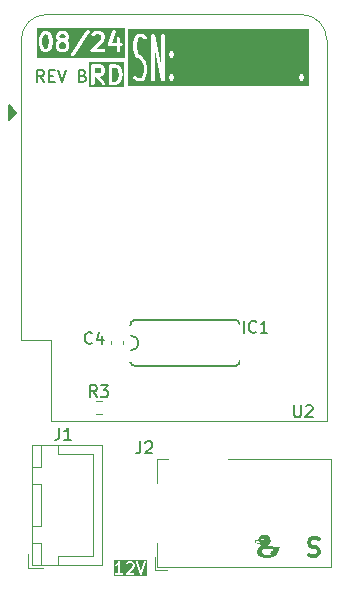
<source format=gbr>
%TF.GenerationSoftware,KiCad,Pcbnew,8.0.4-1.fc40*%
%TF.CreationDate,2024-08-22T17:25:05+02:00*%
%TF.ProjectId,WLED_Board,574c4544-5f42-46f6-9172-642e6b696361,rev?*%
%TF.SameCoordinates,Original*%
%TF.FileFunction,Legend,Top*%
%TF.FilePolarity,Positive*%
%FSLAX46Y46*%
G04 Gerber Fmt 4.6, Leading zero omitted, Abs format (unit mm)*
G04 Created by KiCad (PCBNEW 8.0.4-1.fc40) date 2024-08-22 17:25:05*
%MOMM*%
%LPD*%
G01*
G04 APERTURE LIST*
%ADD10C,0.300000*%
%ADD11C,0.000000*%
%ADD12C,0.150000*%
%ADD13C,0.120000*%
%ADD14C,0.203200*%
G04 APERTURE END LIST*
D10*
X106983081Y-125729400D02*
X107197367Y-125800828D01*
X107197367Y-125800828D02*
X107554509Y-125800828D01*
X107554509Y-125800828D02*
X107697367Y-125729400D01*
X107697367Y-125729400D02*
X107768795Y-125657971D01*
X107768795Y-125657971D02*
X107840224Y-125515114D01*
X107840224Y-125515114D02*
X107840224Y-125372257D01*
X107840224Y-125372257D02*
X107768795Y-125229400D01*
X107768795Y-125229400D02*
X107697367Y-125157971D01*
X107697367Y-125157971D02*
X107554509Y-125086542D01*
X107554509Y-125086542D02*
X107268795Y-125015114D01*
X107268795Y-125015114D02*
X107125938Y-124943685D01*
X107125938Y-124943685D02*
X107054509Y-124872257D01*
X107054509Y-124872257D02*
X106983081Y-124729400D01*
X106983081Y-124729400D02*
X106983081Y-124586542D01*
X106983081Y-124586542D02*
X107054509Y-124443685D01*
X107054509Y-124443685D02*
X107125938Y-124372257D01*
X107125938Y-124372257D02*
X107268795Y-124300828D01*
X107268795Y-124300828D02*
X107625938Y-124300828D01*
X107625938Y-124300828D02*
X107840224Y-124372257D01*
D11*
G36*
X103249999Y-124000000D02*
G01*
X103286302Y-124002115D01*
X103320938Y-124005811D01*
X103353940Y-124011022D01*
X103385341Y-124017679D01*
X103415173Y-124025714D01*
X103443470Y-124035059D01*
X103470263Y-124045645D01*
X103495586Y-124057405D01*
X103519471Y-124070270D01*
X103541950Y-124084172D01*
X103563057Y-124099043D01*
X103582824Y-124114815D01*
X103601284Y-124131419D01*
X103618469Y-124148789D01*
X103634412Y-124166854D01*
X103649146Y-124185548D01*
X103662703Y-124204802D01*
X103675116Y-124224547D01*
X103686417Y-124244717D01*
X103696640Y-124265242D01*
X103705817Y-124286055D01*
X103713980Y-124307087D01*
X103727397Y-124349536D01*
X103737151Y-124392046D01*
X103743505Y-124434069D01*
X103746720Y-124475062D01*
X103747055Y-124514479D01*
X103745911Y-124538386D01*
X103743814Y-124561390D01*
X103740810Y-124583513D01*
X103736944Y-124604778D01*
X103732262Y-124625206D01*
X103726809Y-124644820D01*
X103720630Y-124663641D01*
X103713771Y-124681691D01*
X103706276Y-124698992D01*
X103698192Y-124715567D01*
X103689563Y-124731437D01*
X103680435Y-124746624D01*
X103670853Y-124761150D01*
X103660863Y-124775038D01*
X103650509Y-124788309D01*
X103639838Y-124800985D01*
X103617723Y-124824641D01*
X103594880Y-124846182D01*
X103571672Y-124865784D01*
X103548462Y-124883622D01*
X103525611Y-124899873D01*
X103503484Y-124914713D01*
X103462847Y-124940862D01*
X103519714Y-124938479D01*
X103573869Y-124938152D01*
X103625430Y-124939704D01*
X103674512Y-124942958D01*
X103721230Y-124947736D01*
X103765700Y-124953861D01*
X103808037Y-124961155D01*
X103848359Y-124969441D01*
X103886779Y-124978542D01*
X103923415Y-124988280D01*
X103991794Y-125008958D01*
X104112222Y-125050154D01*
X104166122Y-125067833D01*
X104191899Y-125075323D01*
X104217048Y-125081675D01*
X104241685Y-125086713D01*
X104265925Y-125090259D01*
X104289884Y-125092137D01*
X104313678Y-125092167D01*
X104337422Y-125090174D01*
X104361233Y-125085979D01*
X104385226Y-125079406D01*
X104409516Y-125070276D01*
X104434220Y-125058413D01*
X104459453Y-125043639D01*
X104485330Y-125025777D01*
X104511968Y-125004649D01*
X104506679Y-125063000D01*
X104499356Y-125119421D01*
X104490084Y-125173917D01*
X104478945Y-125226494D01*
X104466025Y-125277155D01*
X104451407Y-125325906D01*
X104435175Y-125372753D01*
X104417413Y-125417700D01*
X104398205Y-125460752D01*
X104377636Y-125501915D01*
X104355789Y-125541194D01*
X104332749Y-125578593D01*
X104308598Y-125614119D01*
X104283422Y-125647775D01*
X104257304Y-125679568D01*
X104230329Y-125709501D01*
X104202579Y-125737581D01*
X104174141Y-125763813D01*
X104145096Y-125788201D01*
X104115530Y-125810750D01*
X104085526Y-125831466D01*
X104055168Y-125850354D01*
X104024541Y-125867419D01*
X103993728Y-125882666D01*
X103962814Y-125896100D01*
X103931882Y-125907727D01*
X103901016Y-125917550D01*
X103870301Y-125925576D01*
X103839821Y-125931810D01*
X103809658Y-125936256D01*
X103779898Y-125938920D01*
X103750625Y-125939807D01*
X103194424Y-125939807D01*
X103161894Y-125939260D01*
X103130134Y-125937626D01*
X103099161Y-125934919D01*
X103068992Y-125931153D01*
X103039645Y-125926340D01*
X103011137Y-125920494D01*
X102983484Y-125913629D01*
X102956705Y-125905757D01*
X102930816Y-125896893D01*
X102905835Y-125887049D01*
X102881779Y-125876238D01*
X102858665Y-125864475D01*
X102836511Y-125851772D01*
X102815333Y-125838143D01*
X102795149Y-125823601D01*
X102775976Y-125808159D01*
X102757832Y-125791831D01*
X102740733Y-125774630D01*
X102724697Y-125756570D01*
X102709742Y-125737663D01*
X102695883Y-125717923D01*
X102683140Y-125697364D01*
X102671528Y-125675998D01*
X102661065Y-125653840D01*
X102651769Y-125630902D01*
X102643656Y-125607198D01*
X102636744Y-125582740D01*
X102631050Y-125557544D01*
X102626591Y-125531621D01*
X102623385Y-125504985D01*
X102621449Y-125477649D01*
X102620800Y-125449628D01*
X102621291Y-125433746D01*
X103014382Y-125433746D01*
X103015122Y-125447078D01*
X103016659Y-125460386D01*
X103018973Y-125473645D01*
X103022047Y-125486831D01*
X103025861Y-125499920D01*
X103030396Y-125512886D01*
X103035632Y-125525706D01*
X103041551Y-125538354D01*
X103048134Y-125550806D01*
X103055362Y-125563037D01*
X103063215Y-125575024D01*
X103071675Y-125586740D01*
X103080722Y-125598162D01*
X103090338Y-125609266D01*
X103100504Y-125620025D01*
X103122477Y-125640419D01*
X103145937Y-125658631D01*
X103170740Y-125674763D01*
X103196744Y-125688915D01*
X103223805Y-125701187D01*
X103251779Y-125711681D01*
X103280524Y-125720496D01*
X103309896Y-125727733D01*
X103339752Y-125733494D01*
X103369949Y-125737878D01*
X103400344Y-125740986D01*
X103430793Y-125742918D01*
X103491280Y-125743660D01*
X103550266Y-125740907D01*
X103606603Y-125735464D01*
X103659148Y-125728136D01*
X103706752Y-125719728D01*
X103748271Y-125711045D01*
X103808468Y-125696069D01*
X103830571Y-125689646D01*
X103694989Y-125595675D01*
X103903599Y-125482734D01*
X103753295Y-125405903D01*
X103997773Y-125267146D01*
X103888526Y-125246253D01*
X103772883Y-125227036D01*
X103635151Y-125208107D01*
X103562359Y-125200188D01*
X103489274Y-125194066D01*
X103417638Y-125190316D01*
X103349195Y-125189514D01*
X103285687Y-125192233D01*
X103228858Y-125199050D01*
X103203492Y-125204174D01*
X103180449Y-125210538D01*
X103159948Y-125218215D01*
X103142205Y-125227275D01*
X103126482Y-125237251D01*
X103111879Y-125247621D01*
X103098378Y-125258361D01*
X103085959Y-125269446D01*
X103074605Y-125280851D01*
X103064294Y-125292552D01*
X103055010Y-125304524D01*
X103046732Y-125316742D01*
X103039441Y-125329183D01*
X103033119Y-125341820D01*
X103027747Y-125354631D01*
X103023304Y-125367590D01*
X103019773Y-125380672D01*
X103017135Y-125393854D01*
X103015369Y-125407110D01*
X103014458Y-125420415D01*
X103014382Y-125433746D01*
X102621291Y-125433746D01*
X102621667Y-125421578D01*
X102624190Y-125394167D01*
X102628257Y-125367398D01*
X102633752Y-125341278D01*
X102640560Y-125315812D01*
X102648567Y-125291003D01*
X102657659Y-125266857D01*
X102667720Y-125243380D01*
X102678638Y-125220576D01*
X102690296Y-125198450D01*
X102702580Y-125177007D01*
X102715376Y-125156253D01*
X102728570Y-125136191D01*
X102742046Y-125116828D01*
X102769388Y-125080216D01*
X102796487Y-125046456D01*
X102822427Y-125015589D01*
X102867162Y-124962692D01*
X102884124Y-124940742D01*
X102890854Y-124930909D01*
X102896262Y-124921844D01*
X102900236Y-124913552D01*
X102902659Y-124906039D01*
X102903419Y-124899308D01*
X102902399Y-124893366D01*
X102900670Y-124888934D01*
X102898564Y-124884270D01*
X102896103Y-124879374D01*
X102893307Y-124874246D01*
X102886797Y-124863297D01*
X102879202Y-124851424D01*
X102841353Y-124794754D01*
X102832033Y-124796483D01*
X102822628Y-124797978D01*
X102813178Y-124799240D01*
X102803722Y-124800271D01*
X102794301Y-124801070D01*
X102784955Y-124801640D01*
X102775723Y-124801981D01*
X102766645Y-124802095D01*
X102766585Y-124802095D01*
X102747910Y-124801689D01*
X102725904Y-124800209D01*
X102713840Y-124798943D01*
X102701167Y-124797260D01*
X102687961Y-124795111D01*
X102674296Y-124792447D01*
X102660248Y-124789218D01*
X102645891Y-124785375D01*
X102631300Y-124780869D01*
X102616551Y-124775650D01*
X102601717Y-124769669D01*
X102586873Y-124762877D01*
X102572096Y-124755224D01*
X102557458Y-124746661D01*
X102547177Y-124739991D01*
X102537271Y-124733003D01*
X102527736Y-124725720D01*
X102518570Y-124718165D01*
X102509768Y-124710359D01*
X102501325Y-124702324D01*
X102485506Y-124685658D01*
X102471079Y-124668345D01*
X102458016Y-124650562D01*
X102446285Y-124632487D01*
X102435854Y-124614298D01*
X102426692Y-124596173D01*
X102418770Y-124578288D01*
X102412054Y-124560822D01*
X102406516Y-124543953D01*
X102402122Y-124527858D01*
X102398843Y-124512714D01*
X102396648Y-124498700D01*
X102395504Y-124485993D01*
X102395318Y-124480476D01*
X102395318Y-124480321D01*
X102448752Y-124480321D01*
X102449671Y-124489797D01*
X102451627Y-124501012D01*
X102454653Y-124513734D01*
X102458783Y-124527732D01*
X102464051Y-124542774D01*
X102470492Y-124558627D01*
X102478140Y-124575059D01*
X102487027Y-124591838D01*
X102497190Y-124608733D01*
X102508660Y-124625511D01*
X102521474Y-124641940D01*
X102535664Y-124657789D01*
X102543285Y-124665423D01*
X102551264Y-124672824D01*
X102559604Y-124679965D01*
X102568310Y-124686815D01*
X102577385Y-124693346D01*
X102586834Y-124699529D01*
X102596040Y-124704987D01*
X102605633Y-124710138D01*
X102615588Y-124714975D01*
X102625881Y-124719491D01*
X102636487Y-124723681D01*
X102647381Y-124727538D01*
X102658538Y-124731057D01*
X102669934Y-124734229D01*
X102681544Y-124737051D01*
X102693342Y-124739514D01*
X102705305Y-124741613D01*
X102717407Y-124743342D01*
X102729625Y-124744694D01*
X102741931Y-124745663D01*
X102754304Y-124746244D01*
X102766716Y-124746428D01*
X102773572Y-124746367D01*
X102780257Y-124746187D01*
X102786768Y-124745894D01*
X102793103Y-124745493D01*
X102799260Y-124744991D01*
X102805236Y-124744391D01*
X102811031Y-124743701D01*
X102816641Y-124742926D01*
X102822064Y-124742071D01*
X102827299Y-124741142D01*
X102832343Y-124740145D01*
X102837194Y-124739084D01*
X102846308Y-124736797D01*
X102854624Y-124734324D01*
X102862125Y-124731711D01*
X102868794Y-124729003D01*
X102874614Y-124726243D01*
X102877200Y-124724858D01*
X102879568Y-124723477D01*
X102881714Y-124722106D01*
X102883638Y-124720749D01*
X102885336Y-124719413D01*
X102886807Y-124718104D01*
X102888049Y-124716826D01*
X102889059Y-124715586D01*
X102889835Y-124714389D01*
X102890376Y-124713241D01*
X102888365Y-124709879D01*
X102884533Y-124704170D01*
X102872923Y-124687699D01*
X102844518Y-124648483D01*
X102828831Y-124626810D01*
X102821109Y-124615908D01*
X102813590Y-124605007D01*
X102806370Y-124594142D01*
X102799540Y-124583347D01*
X102793194Y-124572657D01*
X102790232Y-124567362D01*
X102787426Y-124562106D01*
X102784031Y-124555276D01*
X102780996Y-124548574D01*
X102778298Y-124542007D01*
X102775914Y-124535579D01*
X102773821Y-124529295D01*
X102771997Y-124523160D01*
X102770418Y-124517178D01*
X102769063Y-124511354D01*
X102767909Y-124505694D01*
X102766933Y-124500201D01*
X102765423Y-124489738D01*
X102764353Y-124480004D01*
X102763541Y-124471038D01*
X102763148Y-124466638D01*
X102762770Y-124462700D01*
X102762394Y-124459192D01*
X102762007Y-124456086D01*
X102761805Y-124454673D01*
X102761596Y-124453351D01*
X102761377Y-124452113D01*
X102761147Y-124450957D01*
X102760904Y-124449880D01*
X102760647Y-124448876D01*
X102760374Y-124447943D01*
X102760083Y-124447077D01*
X102759772Y-124446275D01*
X102759441Y-124445531D01*
X102759086Y-124444844D01*
X102758707Y-124444208D01*
X102758302Y-124443621D01*
X102757870Y-124443078D01*
X102757408Y-124442576D01*
X102756914Y-124442111D01*
X102756389Y-124441680D01*
X102755828Y-124441279D01*
X102755232Y-124440903D01*
X102754597Y-124440550D01*
X102753924Y-124440215D01*
X102753209Y-124439896D01*
X102752451Y-124439587D01*
X102751649Y-124439286D01*
X102749697Y-124440637D01*
X102747511Y-124442262D01*
X102745150Y-124444099D01*
X102742670Y-124446089D01*
X102737586Y-124450284D01*
X102732720Y-124454363D01*
X102722696Y-124462782D01*
X102711743Y-124471577D01*
X102705902Y-124475995D01*
X102699810Y-124480363D01*
X102693461Y-124484633D01*
X102686849Y-124488757D01*
X102679967Y-124492686D01*
X102672810Y-124496374D01*
X102665371Y-124499771D01*
X102657644Y-124502831D01*
X102649622Y-124505504D01*
X102641301Y-124507743D01*
X102632673Y-124509500D01*
X102623732Y-124510727D01*
X102614839Y-124511445D01*
X102605816Y-124511651D01*
X102596693Y-124511384D01*
X102587497Y-124510685D01*
X102578255Y-124509595D01*
X102568994Y-124508154D01*
X102559744Y-124506403D01*
X102550530Y-124504382D01*
X102541382Y-124502132D01*
X102532325Y-124499692D01*
X102514601Y-124494408D01*
X102497578Y-124488855D01*
X102481477Y-124483354D01*
X102473241Y-124480543D01*
X102464636Y-124477657D01*
X102456291Y-124474986D01*
X102452413Y-124473821D01*
X102448835Y-124472817D01*
X102448752Y-124480321D01*
X102395318Y-124480321D01*
X102395327Y-124475165D01*
X102395531Y-124470061D01*
X102395931Y-124465166D01*
X102396527Y-124460479D01*
X102397319Y-124456003D01*
X102398306Y-124451738D01*
X102399490Y-124447685D01*
X102400869Y-124443846D01*
X102401632Y-124442007D01*
X102402444Y-124440221D01*
X102403305Y-124438490D01*
X102404215Y-124436812D01*
X102405174Y-124435189D01*
X102406182Y-124433620D01*
X102407239Y-124432105D01*
X102408345Y-124430645D01*
X102409500Y-124429239D01*
X102410704Y-124427888D01*
X102411958Y-124426593D01*
X102413260Y-124425352D01*
X102414611Y-124424166D01*
X102416011Y-124423036D01*
X102419219Y-124420817D01*
X102422628Y-124419033D01*
X102426253Y-124417668D01*
X102430108Y-124416706D01*
X102434208Y-124416130D01*
X102438568Y-124415925D01*
X102443201Y-124416075D01*
X102448122Y-124416563D01*
X102453346Y-124417373D01*
X102458886Y-124418489D01*
X102464757Y-124419896D01*
X102470975Y-124421576D01*
X102484503Y-124425692D01*
X102499587Y-124430711D01*
X102513602Y-124435534D01*
X102528291Y-124440396D01*
X102543428Y-124445033D01*
X102558785Y-124449176D01*
X102566476Y-124450979D01*
X102574136Y-124452558D01*
X102581738Y-124453881D01*
X102589253Y-124454913D01*
X102596653Y-124455623D01*
X102603909Y-124455975D01*
X102610993Y-124455937D01*
X102617877Y-124455475D01*
X102620810Y-124455109D01*
X102623712Y-124454636D01*
X102626583Y-124454061D01*
X102629425Y-124453388D01*
X102635017Y-124451766D01*
X102640488Y-124449802D01*
X102645838Y-124447531D01*
X102651067Y-124444986D01*
X102656175Y-124442202D01*
X102661161Y-124439211D01*
X102666025Y-124436048D01*
X102670768Y-124432747D01*
X102675390Y-124429340D01*
X102679890Y-124425862D01*
X102688524Y-124418828D01*
X102696670Y-124411913D01*
X102698280Y-124410558D01*
X102970271Y-124410558D01*
X102970388Y-124415204D01*
X102970737Y-124419790D01*
X102971310Y-124424311D01*
X102972104Y-124428759D01*
X102973111Y-124433131D01*
X102974327Y-124437419D01*
X102975746Y-124441618D01*
X102977362Y-124445723D01*
X102979169Y-124449728D01*
X102981162Y-124453626D01*
X102983335Y-124457413D01*
X102985682Y-124461083D01*
X102988199Y-124464629D01*
X102990879Y-124468046D01*
X102993716Y-124471329D01*
X102996705Y-124474471D01*
X102999840Y-124477467D01*
X103003116Y-124480311D01*
X103006527Y-124482998D01*
X103010068Y-124485521D01*
X103013732Y-124487876D01*
X103017514Y-124490055D01*
X103021408Y-124492054D01*
X103025409Y-124493867D01*
X103029511Y-124495488D01*
X103033709Y-124496911D01*
X103037996Y-124498131D01*
X103042367Y-124499142D01*
X103046817Y-124499938D01*
X103051340Y-124500513D01*
X103055930Y-124500862D01*
X103060581Y-124500979D01*
X103065237Y-124500862D01*
X103069831Y-124500512D01*
X103074357Y-124499936D01*
X103078812Y-124499139D01*
X103083187Y-124498128D01*
X103087479Y-124496908D01*
X103091681Y-124495484D01*
X103095788Y-124493863D01*
X103099794Y-124492050D01*
X103103693Y-124490051D01*
X103107479Y-124487871D01*
X103111148Y-124485517D01*
X103114693Y-124482993D01*
X103118108Y-124480307D01*
X103121389Y-124477463D01*
X103124528Y-124474467D01*
X103127522Y-124471325D01*
X103130363Y-124468043D01*
X103133047Y-124464626D01*
X103135567Y-124461080D01*
X103137918Y-124457411D01*
X103140095Y-124453624D01*
X103142091Y-124449726D01*
X103143901Y-124445722D01*
X103145519Y-124441617D01*
X103146940Y-124437418D01*
X103148158Y-124433130D01*
X103149167Y-124428759D01*
X103149962Y-124424311D01*
X103150536Y-124419790D01*
X103150885Y-124415204D01*
X103151003Y-124410558D01*
X103150885Y-124405905D01*
X103150536Y-124401313D01*
X103149962Y-124396788D01*
X103149167Y-124392336D01*
X103148158Y-124387961D01*
X103146940Y-124383670D01*
X103145519Y-124379469D01*
X103143901Y-124375362D01*
X103142091Y-124371357D01*
X103140095Y-124367457D01*
X103137918Y-124363670D01*
X103135567Y-124360001D01*
X103133047Y-124356456D01*
X103130363Y-124353039D01*
X103127522Y-124349758D01*
X103124528Y-124346617D01*
X103121389Y-124343622D01*
X103118108Y-124340780D01*
X103114693Y-124338095D01*
X103111148Y-124335573D01*
X103107479Y-124333221D01*
X103103693Y-124331043D01*
X103099794Y-124329045D01*
X103095788Y-124327234D01*
X103091681Y-124325615D01*
X103087479Y-124324193D01*
X103083187Y-124322974D01*
X103078812Y-124321964D01*
X103074357Y-124321168D01*
X103069831Y-124320593D01*
X103065237Y-124320244D01*
X103060581Y-124320126D01*
X103055936Y-124320244D01*
X103051352Y-124320593D01*
X103046834Y-124321168D01*
X103042388Y-124321964D01*
X103038020Y-124322974D01*
X103033735Y-124324193D01*
X103029540Y-124325615D01*
X103025439Y-124327234D01*
X103021439Y-124329045D01*
X103017545Y-124331043D01*
X103013763Y-124333221D01*
X103010099Y-124335573D01*
X103006558Y-124338095D01*
X103003146Y-124340780D01*
X102999869Y-124343622D01*
X102996732Y-124346617D01*
X102993741Y-124349758D01*
X102990901Y-124353039D01*
X102988220Y-124356456D01*
X102985701Y-124360001D01*
X102983351Y-124363670D01*
X102981176Y-124367457D01*
X102979181Y-124371357D01*
X102977372Y-124375362D01*
X102975754Y-124379469D01*
X102974333Y-124383670D01*
X102973116Y-124387961D01*
X102972107Y-124392336D01*
X102971312Y-124396788D01*
X102970738Y-124401313D01*
X102970389Y-124405905D01*
X102970271Y-124410558D01*
X102698280Y-124410558D01*
X102703711Y-124405986D01*
X102710474Y-124400484D01*
X102713782Y-124397928D01*
X102717056Y-124395519D01*
X102720310Y-124393274D01*
X102723556Y-124391205D01*
X102726804Y-124389326D01*
X102730069Y-124387653D01*
X102733361Y-124386198D01*
X102736694Y-124384976D01*
X102740079Y-124384001D01*
X102743528Y-124383287D01*
X102745281Y-124383033D01*
X102747054Y-124382848D01*
X102748849Y-124382737D01*
X102750668Y-124382699D01*
X102760052Y-124383973D01*
X102768438Y-124348729D01*
X102779164Y-124313340D01*
X102792365Y-124278156D01*
X102808174Y-124243532D01*
X102826724Y-124209820D01*
X102848151Y-124177371D01*
X102872587Y-124146540D01*
X102885975Y-124131841D01*
X102900166Y-124117679D01*
X102915176Y-124104096D01*
X102931022Y-124091139D01*
X102947720Y-124078850D01*
X102965288Y-124067274D01*
X102983742Y-124056455D01*
X103003099Y-124046437D01*
X103023375Y-124037263D01*
X103044588Y-124028979D01*
X103066753Y-124021628D01*
X103089889Y-124015254D01*
X103114010Y-124009901D01*
X103139135Y-124005614D01*
X103165280Y-124002436D01*
X103192461Y-124000412D01*
X103220695Y-123999585D01*
X103249999Y-124000000D01*
G37*
D12*
X84558206Y-85669819D02*
X84224873Y-85193628D01*
X83986778Y-85669819D02*
X83986778Y-84669819D01*
X83986778Y-84669819D02*
X84367730Y-84669819D01*
X84367730Y-84669819D02*
X84462968Y-84717438D01*
X84462968Y-84717438D02*
X84510587Y-84765057D01*
X84510587Y-84765057D02*
X84558206Y-84860295D01*
X84558206Y-84860295D02*
X84558206Y-85003152D01*
X84558206Y-85003152D02*
X84510587Y-85098390D01*
X84510587Y-85098390D02*
X84462968Y-85146009D01*
X84462968Y-85146009D02*
X84367730Y-85193628D01*
X84367730Y-85193628D02*
X83986778Y-85193628D01*
X84986778Y-85146009D02*
X85320111Y-85146009D01*
X85462968Y-85669819D02*
X84986778Y-85669819D01*
X84986778Y-85669819D02*
X84986778Y-84669819D01*
X84986778Y-84669819D02*
X85462968Y-84669819D01*
X85748683Y-84669819D02*
X86082016Y-85669819D01*
X86082016Y-85669819D02*
X86415349Y-84669819D01*
X87843921Y-85146009D02*
X87986778Y-85193628D01*
X87986778Y-85193628D02*
X88034397Y-85241247D01*
X88034397Y-85241247D02*
X88082016Y-85336485D01*
X88082016Y-85336485D02*
X88082016Y-85479342D01*
X88082016Y-85479342D02*
X88034397Y-85574580D01*
X88034397Y-85574580D02*
X87986778Y-85622200D01*
X87986778Y-85622200D02*
X87891540Y-85669819D01*
X87891540Y-85669819D02*
X87510588Y-85669819D01*
X87510588Y-85669819D02*
X87510588Y-84669819D01*
X87510588Y-84669819D02*
X87843921Y-84669819D01*
X87843921Y-84669819D02*
X87939159Y-84717438D01*
X87939159Y-84717438D02*
X87986778Y-84765057D01*
X87986778Y-84765057D02*
X88034397Y-84860295D01*
X88034397Y-84860295D02*
X88034397Y-84955533D01*
X88034397Y-84955533D02*
X87986778Y-85050771D01*
X87986778Y-85050771D02*
X87939159Y-85098390D01*
X87939159Y-85098390D02*
X87843921Y-85146009D01*
X87843921Y-85146009D02*
X87510588Y-85146009D01*
D10*
G36*
X90694910Y-84503361D02*
G01*
X90795517Y-84603968D01*
X90848696Y-84710327D01*
X90911652Y-84962148D01*
X90911652Y-85139507D01*
X90848696Y-85391328D01*
X90795517Y-85497688D01*
X90694911Y-85598294D01*
X90537309Y-85650828D01*
X90354509Y-85650828D01*
X90354509Y-84450828D01*
X90537312Y-84450828D01*
X90694910Y-84503361D01*
G37*
G36*
X89329942Y-84495535D02*
G01*
X89366946Y-84532539D01*
X89411652Y-84621951D01*
X89411652Y-84765418D01*
X89366945Y-84854831D01*
X89329940Y-84891836D01*
X89240528Y-84936542D01*
X88854509Y-84936542D01*
X88854509Y-84450828D01*
X89240528Y-84450828D01*
X89329942Y-84495535D01*
G37*
G36*
X91378319Y-86117495D02*
G01*
X88387842Y-86117495D01*
X88387842Y-84300828D01*
X88554509Y-84300828D01*
X88554509Y-85800828D01*
X88557391Y-85830092D01*
X88579789Y-85884164D01*
X88621173Y-85925548D01*
X88675245Y-85947946D01*
X88733773Y-85947946D01*
X88787845Y-85925548D01*
X88829229Y-85884164D01*
X88851627Y-85830092D01*
X88854509Y-85800828D01*
X88854509Y-85236542D01*
X88983554Y-85236542D01*
X89438767Y-85886847D01*
X89457910Y-85909169D01*
X89507267Y-85940622D01*
X89564903Y-85950793D01*
X89622045Y-85938134D01*
X89669993Y-85904570D01*
X89701446Y-85855213D01*
X89711617Y-85797577D01*
X89698958Y-85740435D01*
X89684537Y-85714809D01*
X89339585Y-85222020D01*
X89343020Y-85220706D01*
X89485877Y-85149278D01*
X89498470Y-85141350D01*
X89502130Y-85139835D01*
X89506249Y-85136453D01*
X89510763Y-85133613D01*
X89513359Y-85130619D01*
X89524861Y-85121180D01*
X89596290Y-85049751D01*
X89605731Y-85038246D01*
X89608723Y-85035652D01*
X89611561Y-85031142D01*
X89614945Y-85027020D01*
X89616461Y-85023358D01*
X89624388Y-85010767D01*
X89695816Y-84867909D01*
X89706326Y-84840446D01*
X89706707Y-84835070D01*
X89708770Y-84830092D01*
X89711652Y-84800828D01*
X89711652Y-84586542D01*
X89708770Y-84557278D01*
X89706707Y-84552299D01*
X89706326Y-84546924D01*
X89695816Y-84519461D01*
X89624388Y-84376603D01*
X89616459Y-84364008D01*
X89614944Y-84360349D01*
X89611562Y-84356228D01*
X89608723Y-84351718D01*
X89605731Y-84349123D01*
X89596289Y-84337618D01*
X89559498Y-84300828D01*
X90054509Y-84300828D01*
X90054509Y-85800828D01*
X90057391Y-85830092D01*
X90079789Y-85884164D01*
X90121173Y-85925548D01*
X90175245Y-85947946D01*
X90204509Y-85950828D01*
X90561652Y-85950828D01*
X90576457Y-85949369D01*
X90580412Y-85949651D01*
X90585613Y-85948468D01*
X90590916Y-85947946D01*
X90594573Y-85946430D01*
X90609086Y-85943131D01*
X90823372Y-85871703D01*
X90850223Y-85859715D01*
X90854294Y-85856183D01*
X90859274Y-85854121D01*
X90882004Y-85835466D01*
X91024861Y-85692608D01*
X91034299Y-85681106D01*
X91037294Y-85678510D01*
X91040134Y-85673996D01*
X91043516Y-85669877D01*
X91045031Y-85666217D01*
X91052959Y-85653624D01*
X91124388Y-85510768D01*
X91125207Y-85508625D01*
X91125852Y-85507756D01*
X91130236Y-85495484D01*
X91134897Y-85483304D01*
X91134973Y-85482223D01*
X91135745Y-85480065D01*
X91207173Y-85194351D01*
X91207922Y-85189279D01*
X91208770Y-85187235D01*
X91209855Y-85176212D01*
X91211475Y-85165262D01*
X91211149Y-85163074D01*
X91211652Y-85157971D01*
X91211652Y-84943685D01*
X91211149Y-84938581D01*
X91211475Y-84936394D01*
X91209855Y-84925443D01*
X91208770Y-84914421D01*
X91207922Y-84912376D01*
X91207173Y-84907305D01*
X91135745Y-84621591D01*
X91134973Y-84619432D01*
X91134897Y-84618352D01*
X91130236Y-84606171D01*
X91125852Y-84593900D01*
X91125207Y-84593030D01*
X91124388Y-84590888D01*
X91052959Y-84448032D01*
X91045032Y-84435440D01*
X91043516Y-84431778D01*
X91040132Y-84427655D01*
X91037294Y-84423146D01*
X91034301Y-84420550D01*
X91024861Y-84409048D01*
X90882004Y-84266191D01*
X90859273Y-84247536D01*
X90854293Y-84245473D01*
X90850223Y-84241943D01*
X90823372Y-84229954D01*
X90609086Y-84158526D01*
X90594578Y-84155227D01*
X90590916Y-84153710D01*
X90585607Y-84153187D01*
X90580413Y-84152006D01*
X90576463Y-84152286D01*
X90561652Y-84150828D01*
X90204509Y-84150828D01*
X90175245Y-84153710D01*
X90121173Y-84176108D01*
X90079789Y-84217492D01*
X90057391Y-84271564D01*
X90054509Y-84300828D01*
X89559498Y-84300828D01*
X89524860Y-84266190D01*
X89513360Y-84256752D01*
X89510763Y-84253758D01*
X89506246Y-84250915D01*
X89502129Y-84247536D01*
X89498472Y-84246021D01*
X89485877Y-84238093D01*
X89343020Y-84166664D01*
X89315557Y-84156155D01*
X89310182Y-84155773D01*
X89305202Y-84153710D01*
X89275938Y-84150828D01*
X88704509Y-84150828D01*
X88675245Y-84153710D01*
X88621173Y-84176108D01*
X88579789Y-84217492D01*
X88557391Y-84271564D01*
X88554509Y-84300828D01*
X88387842Y-84300828D01*
X88387842Y-83984161D01*
X91378319Y-83984161D01*
X91378319Y-86117495D01*
G37*
D12*
G36*
X93300871Y-127505930D02*
G01*
X90453637Y-127505930D01*
X90453637Y-126596152D01*
X90564748Y-126596152D01*
X90566822Y-126625342D01*
X90579909Y-126651517D01*
X90602017Y-126670690D01*
X90629778Y-126679944D01*
X90658968Y-126677870D01*
X90672700Y-126672615D01*
X90767938Y-126624996D01*
X90774237Y-126621031D01*
X90776065Y-126620274D01*
X90778121Y-126618585D01*
X90780381Y-126617164D01*
X90781680Y-126615665D01*
X90787430Y-126610947D01*
X90849873Y-126548504D01*
X90849873Y-127244819D01*
X90639159Y-127244819D01*
X90624527Y-127246260D01*
X90597491Y-127257459D01*
X90576799Y-127278151D01*
X90565600Y-127305187D01*
X90565600Y-127334451D01*
X90576799Y-127361487D01*
X90597491Y-127382179D01*
X90624527Y-127393378D01*
X90639159Y-127394819D01*
X91210587Y-127394819D01*
X91225219Y-127393378D01*
X91252255Y-127382179D01*
X91272947Y-127361487D01*
X91284146Y-127334451D01*
X91284146Y-127305187D01*
X91470362Y-127305187D01*
X91470362Y-127334451D01*
X91481561Y-127361487D01*
X91502253Y-127382179D01*
X91529289Y-127393378D01*
X91543921Y-127394819D01*
X92162968Y-127394819D01*
X92177600Y-127393378D01*
X92204636Y-127382179D01*
X92225328Y-127361487D01*
X92236527Y-127334451D01*
X92236527Y-127305187D01*
X92225328Y-127278151D01*
X92204636Y-127257459D01*
X92177600Y-127246260D01*
X92162968Y-127244819D01*
X91724987Y-127244819D01*
X92168382Y-126801423D01*
X92177710Y-126790058D01*
X92178741Y-126787567D01*
X92180506Y-126785533D01*
X92186500Y-126772107D01*
X92234119Y-126629251D01*
X92235768Y-126621995D01*
X92236527Y-126620165D01*
X92236788Y-126617511D01*
X92237379Y-126614914D01*
X92237238Y-126612939D01*
X92237968Y-126605533D01*
X92237968Y-126510295D01*
X92236527Y-126495663D01*
X92235496Y-126493174D01*
X92235305Y-126490485D01*
X92230050Y-126476754D01*
X92182431Y-126381516D01*
X92178466Y-126375216D01*
X92177709Y-126373389D01*
X92176020Y-126371332D01*
X92174599Y-126369073D01*
X92173100Y-126367773D01*
X92168382Y-126362024D01*
X92135557Y-126329199D01*
X92374272Y-126329199D01*
X92377532Y-126343536D01*
X92710865Y-127343536D01*
X92716859Y-127356961D01*
X92720369Y-127361008D01*
X92722766Y-127365802D01*
X92729874Y-127371967D01*
X92736033Y-127379068D01*
X92740822Y-127381462D01*
X92744873Y-127384976D01*
X92753798Y-127387950D01*
X92762206Y-127392155D01*
X92767550Y-127392534D01*
X92772636Y-127394230D01*
X92782016Y-127393563D01*
X92791396Y-127394230D01*
X92796481Y-127392534D01*
X92801826Y-127392155D01*
X92810236Y-127387949D01*
X92819158Y-127384976D01*
X92823205Y-127381465D01*
X92827999Y-127379069D01*
X92834162Y-127371963D01*
X92841266Y-127365802D01*
X92843661Y-127361010D01*
X92847173Y-127356962D01*
X92853167Y-127343536D01*
X93186500Y-126343536D01*
X93189760Y-126329200D01*
X93187685Y-126300010D01*
X93174599Y-126273836D01*
X93152491Y-126254662D01*
X93124729Y-126245408D01*
X93095539Y-126247483D01*
X93069366Y-126260570D01*
X93050192Y-126282677D01*
X93044198Y-126296102D01*
X92782016Y-127082648D01*
X92519834Y-126296102D01*
X92513840Y-126282676D01*
X92494666Y-126260569D01*
X92468493Y-126247483D01*
X92439303Y-126245408D01*
X92411540Y-126254662D01*
X92389433Y-126273836D01*
X92376347Y-126300009D01*
X92374272Y-126329199D01*
X92135557Y-126329199D01*
X92120763Y-126314405D01*
X92115013Y-126309686D01*
X92113714Y-126308188D01*
X92111454Y-126306766D01*
X92109398Y-126305078D01*
X92107570Y-126304320D01*
X92101271Y-126300356D01*
X92006033Y-126252737D01*
X91992301Y-126247482D01*
X91989613Y-126247291D01*
X91987124Y-126246260D01*
X91972492Y-126244819D01*
X91734397Y-126244819D01*
X91719765Y-126246260D01*
X91717276Y-126247290D01*
X91714587Y-126247482D01*
X91700856Y-126252737D01*
X91605618Y-126300356D01*
X91599318Y-126304320D01*
X91597491Y-126305078D01*
X91595434Y-126306766D01*
X91593175Y-126308188D01*
X91591875Y-126309686D01*
X91586126Y-126314405D01*
X91538507Y-126362024D01*
X91529180Y-126373389D01*
X91517981Y-126400426D01*
X91517981Y-126429688D01*
X91529180Y-126456725D01*
X91549872Y-126477417D01*
X91576909Y-126488616D01*
X91606171Y-126488616D01*
X91633208Y-126477417D01*
X91644573Y-126468090D01*
X91683586Y-126429077D01*
X91752102Y-126394819D01*
X91954787Y-126394819D01*
X92023303Y-126429077D01*
X92053710Y-126459484D01*
X92087968Y-126528000D01*
X92087968Y-126593363D01*
X92049796Y-126707876D01*
X91490888Y-127266786D01*
X91481561Y-127278151D01*
X91470362Y-127305187D01*
X91284146Y-127305187D01*
X91272947Y-127278151D01*
X91252255Y-127257459D01*
X91225219Y-127246260D01*
X91210587Y-127244819D01*
X90999873Y-127244819D01*
X90999873Y-126319819D01*
X90999867Y-126319766D01*
X90999873Y-126319740D01*
X90999857Y-126319663D01*
X90998432Y-126305187D01*
X90995590Y-126298326D01*
X90994134Y-126291045D01*
X90990044Y-126284938D01*
X90987233Y-126278151D01*
X90981984Y-126272902D01*
X90977851Y-126266730D01*
X90971734Y-126262652D01*
X90966541Y-126257459D01*
X90959681Y-126254617D01*
X90953502Y-126250498D01*
X90946293Y-126249072D01*
X90939505Y-126246260D01*
X90932078Y-126246260D01*
X90924794Y-126244819D01*
X90917589Y-126246260D01*
X90910241Y-126246260D01*
X90903380Y-126249101D01*
X90896100Y-126250558D01*
X90889994Y-126254646D01*
X90883205Y-126257459D01*
X90877954Y-126262709D01*
X90871785Y-126266841D01*
X90862564Y-126278099D01*
X90862513Y-126278151D01*
X90862503Y-126278173D01*
X90862469Y-126278216D01*
X90771349Y-126414896D01*
X90689970Y-126496275D01*
X90605618Y-126538451D01*
X90593175Y-126546283D01*
X90574002Y-126568391D01*
X90564748Y-126596152D01*
X90453637Y-126596152D01*
X90453637Y-126133708D01*
X93300871Y-126133708D01*
X93300871Y-127505930D01*
G37*
D10*
G36*
X84837085Y-81695535D02*
G01*
X84874089Y-81732539D01*
X84927267Y-81838897D01*
X84990224Y-82090721D01*
X84990224Y-82410935D01*
X84927267Y-82662759D01*
X84874088Y-82769117D01*
X84837083Y-82806122D01*
X84747671Y-82850828D01*
X84675634Y-82850828D01*
X84586220Y-82806121D01*
X84549216Y-82769117D01*
X84496035Y-82662757D01*
X84433081Y-82410936D01*
X84433081Y-82090720D01*
X84496035Y-81838898D01*
X84549216Y-81732538D01*
X84586220Y-81695535D01*
X84675634Y-81650828D01*
X84747671Y-81650828D01*
X84837085Y-81695535D01*
G37*
G36*
X86337084Y-82338392D02*
G01*
X86374088Y-82375396D01*
X86418795Y-82464810D01*
X86418795Y-82679703D01*
X86374087Y-82769117D01*
X86337084Y-82806121D01*
X86247671Y-82850828D01*
X86032776Y-82850828D01*
X85943362Y-82806121D01*
X85906357Y-82769116D01*
X85861652Y-82679704D01*
X85861652Y-82464809D01*
X85906358Y-82375395D01*
X85943362Y-82338392D01*
X86032776Y-82293685D01*
X86247670Y-82293685D01*
X86337084Y-82338392D01*
G37*
G36*
X86337084Y-81695535D02*
G01*
X86374088Y-81732539D01*
X86418795Y-81821952D01*
X86418795Y-81822560D01*
X86374087Y-81911974D01*
X86337084Y-81948978D01*
X86247671Y-81993685D01*
X86032776Y-81993685D01*
X85943362Y-81948978D01*
X85906357Y-81911973D01*
X85861652Y-81822561D01*
X85861652Y-81821951D01*
X85906357Y-81732540D01*
X85943362Y-81695535D01*
X86032776Y-81650828D01*
X86247670Y-81650828D01*
X86337084Y-81695535D01*
G37*
G36*
X91382579Y-83674638D02*
G01*
X83966414Y-83674638D01*
X83966414Y-83358129D01*
X86847366Y-83358129D01*
X86858844Y-83415518D01*
X86891410Y-83464148D01*
X86940109Y-83496613D01*
X86997524Y-83507971D01*
X87054913Y-83496493D01*
X87103543Y-83463927D01*
X87122174Y-83441176D01*
X87435248Y-82971565D01*
X88493105Y-82971565D01*
X88493105Y-83030091D01*
X88515502Y-83084163D01*
X88556888Y-83125549D01*
X88579686Y-83134992D01*
X88610959Y-83147946D01*
X88640223Y-83150828D01*
X89568795Y-83150828D01*
X89598059Y-83147946D01*
X89652131Y-83125548D01*
X89693515Y-83084164D01*
X89715913Y-83030092D01*
X89715913Y-82971564D01*
X89693515Y-82917492D01*
X89652131Y-82876108D01*
X89598059Y-82853710D01*
X89568795Y-82850828D01*
X89002355Y-82850828D01*
X89371116Y-82482067D01*
X89991401Y-82482067D01*
X89993105Y-82506044D01*
X89993105Y-82530092D01*
X89995167Y-82535072D01*
X89995550Y-82540448D01*
X90006302Y-82561952D01*
X90015503Y-82584164D01*
X90019313Y-82587974D01*
X90021724Y-82592795D01*
X90039885Y-82608546D01*
X90056887Y-82625548D01*
X90061866Y-82627610D01*
X90065938Y-82631142D01*
X90088744Y-82638744D01*
X90110959Y-82647946D01*
X90118610Y-82648699D01*
X90121462Y-82649650D01*
X90125411Y-82649369D01*
X90140223Y-82650828D01*
X90704509Y-82650828D01*
X90704509Y-83000828D01*
X90707391Y-83030092D01*
X90729789Y-83084164D01*
X90771173Y-83125548D01*
X90825245Y-83147946D01*
X90883773Y-83147946D01*
X90937845Y-83125548D01*
X90979229Y-83084164D01*
X91001627Y-83030092D01*
X91004509Y-83000828D01*
X91004509Y-82650828D01*
X91068794Y-82650828D01*
X91098058Y-82647946D01*
X91152130Y-82625548D01*
X91193514Y-82584164D01*
X91215912Y-82530092D01*
X91215912Y-82471564D01*
X91193514Y-82417492D01*
X91152130Y-82376108D01*
X91098058Y-82353710D01*
X91068794Y-82350828D01*
X91004509Y-82350828D01*
X91004509Y-82000828D01*
X91001627Y-81971564D01*
X90979229Y-81917492D01*
X90937845Y-81876108D01*
X90883773Y-81853710D01*
X90825245Y-81853710D01*
X90771173Y-81876108D01*
X90729789Y-81917492D01*
X90707391Y-81971564D01*
X90704509Y-82000828D01*
X90704509Y-82350828D01*
X90348336Y-82350828D01*
X90639668Y-81476835D01*
X90646188Y-81448161D01*
X90642039Y-81389781D01*
X90615865Y-81337434D01*
X90571651Y-81299086D01*
X90516126Y-81280578D01*
X90457746Y-81284727D01*
X90405399Y-81310901D01*
X90367052Y-81355115D01*
X90355063Y-81381966D01*
X89997921Y-82453394D01*
X89994622Y-82467901D01*
X89993105Y-82471564D01*
X89993105Y-82474573D01*
X89991401Y-82482067D01*
X89371116Y-82482067D01*
X89603432Y-82249751D01*
X89622087Y-82227021D01*
X89624150Y-82222039D01*
X89627680Y-82217970D01*
X89639668Y-82191120D01*
X89711097Y-81976835D01*
X89714396Y-81962325D01*
X89715913Y-81958664D01*
X89716435Y-81953355D01*
X89717617Y-81948161D01*
X89717336Y-81944211D01*
X89718795Y-81929400D01*
X89718795Y-81786542D01*
X89715913Y-81757278D01*
X89713849Y-81752297D01*
X89713468Y-81746923D01*
X89702959Y-81719459D01*
X89631530Y-81576603D01*
X89623603Y-81564011D01*
X89622087Y-81560349D01*
X89618703Y-81556226D01*
X89615865Y-81551717D01*
X89612872Y-81549121D01*
X89603432Y-81537619D01*
X89532004Y-81466191D01*
X89520502Y-81456751D01*
X89517906Y-81453758D01*
X89513392Y-81450917D01*
X89509273Y-81447536D01*
X89505613Y-81446020D01*
X89493020Y-81438093D01*
X89350162Y-81366664D01*
X89322699Y-81356154D01*
X89317321Y-81355771D01*
X89312344Y-81353710D01*
X89283080Y-81350828D01*
X88925938Y-81350828D01*
X88896674Y-81353710D01*
X88891696Y-81355771D01*
X88886319Y-81356154D01*
X88858856Y-81366664D01*
X88715998Y-81438093D01*
X88703406Y-81446019D01*
X88699744Y-81447536D01*
X88695621Y-81450919D01*
X88691112Y-81453758D01*
X88688516Y-81456750D01*
X88677014Y-81466191D01*
X88605586Y-81537619D01*
X88586931Y-81560350D01*
X88564534Y-81614422D01*
X88564534Y-81672948D01*
X88586931Y-81727020D01*
X88628317Y-81768406D01*
X88682389Y-81790803D01*
X88740915Y-81790803D01*
X88794987Y-81768406D01*
X88817718Y-81749751D01*
X88871934Y-81695535D01*
X88961348Y-81650828D01*
X89247670Y-81650828D01*
X89337084Y-81695535D01*
X89374088Y-81732539D01*
X89418795Y-81821952D01*
X89418795Y-81905059D01*
X89366261Y-82062657D01*
X88534157Y-82894762D01*
X88515502Y-82917493D01*
X88502799Y-82948162D01*
X88496224Y-82964036D01*
X88493105Y-82971565D01*
X87435248Y-82971565D01*
X88407888Y-81512605D01*
X88421722Y-81486657D01*
X88433080Y-81429242D01*
X88421602Y-81371853D01*
X88389036Y-81323223D01*
X88340337Y-81290758D01*
X88282923Y-81279400D01*
X88225533Y-81290878D01*
X88176903Y-81323444D01*
X88158273Y-81346195D01*
X86872558Y-83274766D01*
X86858724Y-83300714D01*
X86847366Y-83358129D01*
X83966414Y-83358129D01*
X83966414Y-82072257D01*
X84133081Y-82072257D01*
X84133081Y-82429400D01*
X84133583Y-82434503D01*
X84133258Y-82436691D01*
X84134877Y-82447641D01*
X84135963Y-82458664D01*
X84136810Y-82460708D01*
X84137560Y-82465780D01*
X84208988Y-82751494D01*
X84209759Y-82753652D01*
X84209836Y-82754733D01*
X84214494Y-82766907D01*
X84218881Y-82779185D01*
X84219525Y-82780055D01*
X84220345Y-82782196D01*
X84291774Y-82925053D01*
X84299701Y-82937646D01*
X84301217Y-82941306D01*
X84304598Y-82945425D01*
X84307439Y-82949939D01*
X84310432Y-82952535D01*
X84319872Y-82964037D01*
X84391301Y-83035466D01*
X84402805Y-83044907D01*
X84405400Y-83047899D01*
X84409909Y-83050737D01*
X84414032Y-83054121D01*
X84417693Y-83055637D01*
X84430285Y-83063564D01*
X84573143Y-83134992D01*
X84600606Y-83145502D01*
X84605981Y-83145883D01*
X84610960Y-83147946D01*
X84640224Y-83150828D01*
X84783081Y-83150828D01*
X84812345Y-83147946D01*
X84817323Y-83145883D01*
X84822699Y-83145502D01*
X84850163Y-83134992D01*
X84993020Y-83063564D01*
X85005613Y-83055636D01*
X85009273Y-83054121D01*
X85013392Y-83050739D01*
X85017906Y-83047899D01*
X85020502Y-83044905D01*
X85032004Y-83035466D01*
X85103433Y-82964037D01*
X85112874Y-82952532D01*
X85115866Y-82949938D01*
X85118704Y-82945428D01*
X85122088Y-82941306D01*
X85123604Y-82937644D01*
X85131531Y-82925053D01*
X85202959Y-82782195D01*
X85203776Y-82780058D01*
X85204423Y-82779186D01*
X85208812Y-82766899D01*
X85213469Y-82754732D01*
X85213545Y-82753650D01*
X85214316Y-82751495D01*
X85285745Y-82465781D01*
X85286495Y-82460708D01*
X85287342Y-82458664D01*
X85288427Y-82447644D01*
X85290047Y-82436692D01*
X85289721Y-82434503D01*
X85290224Y-82429400D01*
X85290224Y-82072257D01*
X85289721Y-82067153D01*
X85290047Y-82064965D01*
X85288427Y-82054012D01*
X85287342Y-82042993D01*
X85286495Y-82040948D01*
X85285745Y-82035876D01*
X85223411Y-81786542D01*
X85561652Y-81786542D01*
X85561652Y-81857971D01*
X85564534Y-81887235D01*
X85566596Y-81892213D01*
X85566978Y-81897589D01*
X85577488Y-81925053D01*
X85648916Y-82067910D01*
X85656843Y-82080503D01*
X85658359Y-82084163D01*
X85661740Y-82088282D01*
X85664581Y-82092796D01*
X85667574Y-82095392D01*
X85677014Y-82106894D01*
X85713805Y-82143685D01*
X85677015Y-82180475D01*
X85667572Y-82191980D01*
X85664581Y-82194575D01*
X85661741Y-82199085D01*
X85658360Y-82203206D01*
X85656844Y-82206865D01*
X85648916Y-82219460D01*
X85577488Y-82362319D01*
X85566978Y-82389782D01*
X85566596Y-82395157D01*
X85564534Y-82400136D01*
X85561652Y-82429400D01*
X85561652Y-82715114D01*
X85564534Y-82744378D01*
X85566596Y-82749356D01*
X85566978Y-82754732D01*
X85577488Y-82782196D01*
X85648916Y-82925053D01*
X85656843Y-82937646D01*
X85658359Y-82941306D01*
X85661740Y-82945425D01*
X85664581Y-82949939D01*
X85667574Y-82952535D01*
X85677014Y-82964037D01*
X85748443Y-83035466D01*
X85759947Y-83044907D01*
X85762542Y-83047899D01*
X85767051Y-83050737D01*
X85771174Y-83054121D01*
X85774835Y-83055637D01*
X85787427Y-83063564D01*
X85930285Y-83134992D01*
X85957748Y-83145502D01*
X85963123Y-83145883D01*
X85968102Y-83147946D01*
X85997366Y-83150828D01*
X86283080Y-83150828D01*
X86312344Y-83147946D01*
X86317322Y-83145883D01*
X86322698Y-83145502D01*
X86350161Y-83134992D01*
X86493020Y-83063564D01*
X86505614Y-83055635D01*
X86509274Y-83054120D01*
X86513394Y-83050738D01*
X86517905Y-83047899D01*
X86520499Y-83044907D01*
X86532005Y-83035465D01*
X86603433Y-82964036D01*
X86612871Y-82952535D01*
X86615865Y-82949939D01*
X86618705Y-82945426D01*
X86622087Y-82941306D01*
X86623602Y-82937646D01*
X86631530Y-82925053D01*
X86702959Y-82782197D01*
X86713468Y-82754733D01*
X86713849Y-82749358D01*
X86715913Y-82744378D01*
X86718795Y-82715114D01*
X86718795Y-82429400D01*
X86715913Y-82400136D01*
X86713851Y-82395158D01*
X86713469Y-82389781D01*
X86702959Y-82362318D01*
X86631530Y-82219460D01*
X86623603Y-82206868D01*
X86622087Y-82203206D01*
X86618703Y-82199083D01*
X86615865Y-82194574D01*
X86612872Y-82191978D01*
X86603432Y-82180476D01*
X86566641Y-82143685D01*
X86603433Y-82106893D01*
X86612871Y-82095392D01*
X86615865Y-82092796D01*
X86618705Y-82088283D01*
X86622087Y-82084163D01*
X86623602Y-82080503D01*
X86631530Y-82067910D01*
X86702959Y-81925054D01*
X86713468Y-81897590D01*
X86713849Y-81892215D01*
X86715913Y-81887235D01*
X86718795Y-81857971D01*
X86718795Y-81786542D01*
X86715913Y-81757278D01*
X86713849Y-81752297D01*
X86713468Y-81746923D01*
X86702959Y-81719459D01*
X86631530Y-81576603D01*
X86623603Y-81564011D01*
X86622087Y-81560349D01*
X86618703Y-81556226D01*
X86615865Y-81551717D01*
X86612872Y-81549121D01*
X86603432Y-81537619D01*
X86532004Y-81466191D01*
X86520502Y-81456751D01*
X86517906Y-81453758D01*
X86513392Y-81450917D01*
X86509273Y-81447536D01*
X86505613Y-81446020D01*
X86493020Y-81438093D01*
X86350162Y-81366664D01*
X86322699Y-81356154D01*
X86317321Y-81355771D01*
X86312344Y-81353710D01*
X86283080Y-81350828D01*
X85997366Y-81350828D01*
X85968102Y-81353710D01*
X85963121Y-81355773D01*
X85957747Y-81356155D01*
X85930283Y-81366664D01*
X85787427Y-81438093D01*
X85774833Y-81446020D01*
X85771174Y-81447536D01*
X85767053Y-81450917D01*
X85762541Y-81453758D01*
X85759944Y-81456751D01*
X85748444Y-81466190D01*
X85677015Y-81537618D01*
X85667575Y-81549120D01*
X85664581Y-81551717D01*
X85661739Y-81556231D01*
X85658360Y-81560349D01*
X85656844Y-81564007D01*
X85648916Y-81576603D01*
X85577488Y-81719460D01*
X85566978Y-81746924D01*
X85566596Y-81752299D01*
X85564534Y-81757278D01*
X85561652Y-81786542D01*
X85223411Y-81786542D01*
X85214316Y-81750162D01*
X85213545Y-81748006D01*
X85213469Y-81746924D01*
X85208809Y-81734749D01*
X85204423Y-81722470D01*
X85203776Y-81721597D01*
X85202959Y-81719461D01*
X85131531Y-81576603D01*
X85123602Y-81564008D01*
X85122087Y-81560349D01*
X85118705Y-81556228D01*
X85115866Y-81551718D01*
X85112874Y-81549123D01*
X85103432Y-81537618D01*
X85032003Y-81466190D01*
X85020503Y-81456752D01*
X85017906Y-81453758D01*
X85013389Y-81450915D01*
X85009272Y-81447536D01*
X85005615Y-81446021D01*
X84993020Y-81438093D01*
X84850163Y-81366664D01*
X84822700Y-81356155D01*
X84817325Y-81355773D01*
X84812345Y-81353710D01*
X84783081Y-81350828D01*
X84640224Y-81350828D01*
X84610960Y-81353710D01*
X84605979Y-81355773D01*
X84600605Y-81356155D01*
X84573141Y-81366664D01*
X84430285Y-81438093D01*
X84417691Y-81446020D01*
X84414032Y-81447536D01*
X84409911Y-81450917D01*
X84405399Y-81453758D01*
X84402802Y-81456751D01*
X84391302Y-81466190D01*
X84319873Y-81537618D01*
X84310433Y-81549120D01*
X84307439Y-81551717D01*
X84304597Y-81556231D01*
X84301218Y-81560349D01*
X84299702Y-81564007D01*
X84291774Y-81576603D01*
X84220345Y-81719460D01*
X84219525Y-81721600D01*
X84218881Y-81722471D01*
X84214494Y-81734748D01*
X84209836Y-81746923D01*
X84209759Y-81748003D01*
X84208988Y-81750162D01*
X84137560Y-82035877D01*
X84136810Y-82040948D01*
X84135963Y-82042993D01*
X84134877Y-82054015D01*
X84133258Y-82064966D01*
X84133583Y-82067153D01*
X84133081Y-82072257D01*
X83966414Y-82072257D01*
X83966414Y-81112733D01*
X91382579Y-81112733D01*
X91382579Y-83674638D01*
G37*
G36*
X106987794Y-86042363D02*
G01*
X91718637Y-86042363D01*
X91718637Y-82458084D01*
X92133081Y-82458084D01*
X92133101Y-82458187D01*
X92133081Y-82458395D01*
X92133081Y-82813633D01*
X92133101Y-82813840D01*
X92133081Y-82813944D01*
X92134544Y-82828493D01*
X92135963Y-82842897D01*
X92136003Y-82842993D01*
X92136024Y-82843202D01*
X92207452Y-83198440D01*
X92211490Y-83211653D01*
X92215341Y-83224837D01*
X92286770Y-83402456D01*
X92291915Y-83412327D01*
X92292958Y-83415890D01*
X92296971Y-83422027D01*
X92300362Y-83428531D01*
X92302959Y-83431182D01*
X92309053Y-83440500D01*
X92451910Y-83618119D01*
X92464040Y-83630491D01*
X92466269Y-83633601D01*
X92469576Y-83636138D01*
X92472496Y-83639116D01*
X92475854Y-83640953D01*
X92489601Y-83651499D01*
X92753627Y-83815635D01*
X92866514Y-83955991D01*
X92924464Y-84100096D01*
X92990224Y-84427136D01*
X92990224Y-84752509D01*
X92924464Y-85079548D01*
X92866513Y-85223657D01*
X92782656Y-85327919D01*
X92551451Y-85327919D01*
X92378805Y-85184815D01*
X92354436Y-85168358D01*
X92298512Y-85151096D01*
X92240241Y-85156548D01*
X92188490Y-85183884D01*
X92151139Y-85228945D01*
X92133877Y-85284869D01*
X92139329Y-85343140D01*
X92166665Y-85394891D01*
X92187357Y-85415785D01*
X92401643Y-85593404D01*
X92411354Y-85599962D01*
X92414031Y-85602639D01*
X92417359Y-85604017D01*
X92426012Y-85609861D01*
X92447414Y-85616467D01*
X92468103Y-85625037D01*
X92478492Y-85626060D01*
X92481936Y-85627123D01*
X92485704Y-85626770D01*
X92497367Y-85627919D01*
X92854509Y-85627919D01*
X92883773Y-85625037D01*
X92891334Y-85621905D01*
X92899466Y-85621023D01*
X92918157Y-85610794D01*
X92937845Y-85602639D01*
X92943629Y-85596854D01*
X92950808Y-85592926D01*
X92971394Y-85571929D01*
X93114252Y-85394310D01*
X93120345Y-85384992D01*
X93122943Y-85382341D01*
X93126333Y-85375836D01*
X93130347Y-85369700D01*
X93131389Y-85366138D01*
X93136536Y-85356265D01*
X93207964Y-85178645D01*
X93211829Y-85165410D01*
X93215852Y-85152249D01*
X93287281Y-84797011D01*
X93287301Y-84796802D01*
X93287342Y-84796706D01*
X93288760Y-84782302D01*
X93290224Y-84767753D01*
X93290203Y-84767649D01*
X93290224Y-84767442D01*
X93290224Y-84412204D01*
X93290203Y-84411996D01*
X93290224Y-84411893D01*
X93288760Y-84397343D01*
X93287342Y-84382940D01*
X93287301Y-84382843D01*
X93287281Y-84382635D01*
X93215852Y-84027397D01*
X93211820Y-84014207D01*
X93207963Y-84001000D01*
X93136535Y-83823382D01*
X93131389Y-83813511D01*
X93130347Y-83809947D01*
X93126332Y-83803808D01*
X93122943Y-83797306D01*
X93120345Y-83794654D01*
X93114252Y-83785337D01*
X92971394Y-83607718D01*
X92959263Y-83595345D01*
X92957035Y-83592236D01*
X92953727Y-83589698D01*
X92950808Y-83586721D01*
X92947449Y-83584883D01*
X92933703Y-83574338D01*
X92669676Y-83410201D01*
X92556791Y-83269847D01*
X92498839Y-83125742D01*
X92433081Y-82798700D01*
X92433081Y-82473327D01*
X92498839Y-82146285D01*
X92556791Y-82002180D01*
X92640648Y-81897919D01*
X92871854Y-81897919D01*
X93044500Y-82041023D01*
X93068869Y-82057480D01*
X93124793Y-82074742D01*
X93183064Y-82069290D01*
X93234815Y-82041954D01*
X93272166Y-81996893D01*
X93289428Y-81940969D01*
X93283976Y-81882698D01*
X93256640Y-81830947D01*
X93235948Y-81810053D01*
X93160987Y-81747919D01*
X93633080Y-81747919D01*
X93633080Y-85477919D01*
X93635962Y-85507183D01*
X93658360Y-85561255D01*
X93699744Y-85602639D01*
X93753816Y-85625037D01*
X93812344Y-85625037D01*
X93866416Y-85602639D01*
X93907800Y-85561255D01*
X93930198Y-85507183D01*
X93933080Y-85477919D01*
X93933080Y-83070432D01*
X94494033Y-85511513D01*
X94503396Y-85539389D01*
X94510690Y-85549637D01*
X94515503Y-85561255D01*
X94527496Y-85573248D01*
X94537335Y-85587071D01*
X94547995Y-85593747D01*
X94556887Y-85602639D01*
X94572557Y-85609130D01*
X94586936Y-85618135D01*
X94599338Y-85620223D01*
X94610959Y-85625037D01*
X94627923Y-85625037D01*
X94644651Y-85627854D01*
X94656910Y-85625037D01*
X94669487Y-85625037D01*
X94685158Y-85618545D01*
X94701692Y-85614746D01*
X94711939Y-85607451D01*
X94723559Y-85602639D01*
X94735553Y-85590644D01*
X94749375Y-85580807D01*
X94756051Y-85570146D01*
X94764943Y-85561255D01*
X94771434Y-85545584D01*
X94780439Y-85531206D01*
X94782527Y-85518803D01*
X94787341Y-85507183D01*
X94790223Y-85477919D01*
X94790223Y-85272561D01*
X95135668Y-85272561D01*
X95135955Y-85300300D01*
X95135668Y-85328039D01*
X95136263Y-85330077D01*
X95136274Y-85331085D01*
X95137175Y-85333198D01*
X95143913Y-85356265D01*
X95215340Y-85533884D01*
X95228933Y-85559960D01*
X95229486Y-85560525D01*
X95229789Y-85561255D01*
X95230347Y-85561813D01*
X95230657Y-85562539D01*
X95250473Y-85581951D01*
X95269888Y-85601771D01*
X95270614Y-85602080D01*
X95271173Y-85602639D01*
X95271900Y-85602940D01*
X95272467Y-85603495D01*
X95298215Y-85613849D01*
X95323724Y-85624726D01*
X95324513Y-85624734D01*
X95325245Y-85625037D01*
X95326035Y-85625037D01*
X95326769Y-85625332D01*
X95354508Y-85625044D01*
X95382248Y-85625332D01*
X95382982Y-85625037D01*
X95383773Y-85625037D01*
X95384504Y-85624734D01*
X95385293Y-85624726D01*
X95410801Y-85613849D01*
X95436550Y-85603495D01*
X95437115Y-85602941D01*
X95437845Y-85602639D01*
X95438403Y-85602080D01*
X95439129Y-85601771D01*
X95458541Y-85581954D01*
X95478361Y-85562540D01*
X95478670Y-85561813D01*
X95479229Y-85561255D01*
X95479530Y-85560527D01*
X95480085Y-85559961D01*
X95493677Y-85533885D01*
X95565106Y-85356267D01*
X95571846Y-85333192D01*
X95572745Y-85331084D01*
X95572755Y-85330079D01*
X95573351Y-85328040D01*
X95573063Y-85300300D01*
X95573351Y-85272561D01*
X106135667Y-85272561D01*
X106135954Y-85300300D01*
X106135667Y-85328039D01*
X106136262Y-85330077D01*
X106136273Y-85331085D01*
X106137174Y-85333198D01*
X106143912Y-85356265D01*
X106215339Y-85533884D01*
X106228932Y-85559960D01*
X106229485Y-85560525D01*
X106229788Y-85561255D01*
X106230346Y-85561813D01*
X106230656Y-85562539D01*
X106250472Y-85581951D01*
X106269887Y-85601771D01*
X106270613Y-85602080D01*
X106271172Y-85602639D01*
X106271899Y-85602940D01*
X106272466Y-85603495D01*
X106298214Y-85613849D01*
X106323723Y-85624726D01*
X106324512Y-85624734D01*
X106325244Y-85625037D01*
X106326034Y-85625037D01*
X106326768Y-85625332D01*
X106354507Y-85625044D01*
X106382247Y-85625332D01*
X106382981Y-85625037D01*
X106383772Y-85625037D01*
X106384503Y-85624734D01*
X106385292Y-85624726D01*
X106410800Y-85613849D01*
X106436549Y-85603495D01*
X106437114Y-85602941D01*
X106437844Y-85602639D01*
X106438402Y-85602080D01*
X106439128Y-85601771D01*
X106458540Y-85581954D01*
X106478360Y-85562540D01*
X106478669Y-85561813D01*
X106479228Y-85561255D01*
X106479529Y-85560527D01*
X106480084Y-85559961D01*
X106493676Y-85533885D01*
X106565105Y-85356267D01*
X106571845Y-85333192D01*
X106572744Y-85331084D01*
X106572754Y-85330079D01*
X106573350Y-85328040D01*
X106573062Y-85300300D01*
X106573350Y-85272560D01*
X106572754Y-85270521D01*
X106572744Y-85269516D01*
X106571844Y-85267407D01*
X106565105Y-85244334D01*
X106493676Y-85066714D01*
X106480084Y-85040639D01*
X106479530Y-85040073D01*
X106479228Y-85039344D01*
X106478669Y-85038785D01*
X106478360Y-85038059D01*
X106458541Y-85018646D01*
X106439129Y-84998828D01*
X106438402Y-84998518D01*
X106437844Y-84997960D01*
X106437114Y-84997657D01*
X106436549Y-84997104D01*
X106410808Y-84986752D01*
X106385292Y-84975873D01*
X106384503Y-84975864D01*
X106383772Y-84975562D01*
X106382981Y-84975562D01*
X106382247Y-84975267D01*
X106354507Y-84975554D01*
X106326768Y-84975267D01*
X106326034Y-84975562D01*
X106325244Y-84975562D01*
X106324512Y-84975864D01*
X106323723Y-84975873D01*
X106298225Y-84986745D01*
X106272467Y-84997104D01*
X106271901Y-84997657D01*
X106271172Y-84997960D01*
X106270612Y-84998519D01*
X106269887Y-84998829D01*
X106250487Y-85018633D01*
X106230656Y-85038059D01*
X106230346Y-85038785D01*
X106229788Y-85039344D01*
X106229485Y-85040073D01*
X106228932Y-85040639D01*
X106215339Y-85066715D01*
X106143911Y-85244335D01*
X106137173Y-85267403D01*
X106136273Y-85269515D01*
X106136262Y-85270521D01*
X106135667Y-85272561D01*
X95573351Y-85272561D01*
X95573351Y-85272560D01*
X95572755Y-85270521D01*
X95572745Y-85269516D01*
X95571845Y-85267407D01*
X95565106Y-85244334D01*
X95493677Y-85066714D01*
X95480085Y-85040639D01*
X95479531Y-85040073D01*
X95479229Y-85039344D01*
X95478670Y-85038785D01*
X95478361Y-85038059D01*
X95458542Y-85018646D01*
X95439130Y-84998828D01*
X95438403Y-84998518D01*
X95437845Y-84997960D01*
X95437115Y-84997657D01*
X95436550Y-84997104D01*
X95410809Y-84986752D01*
X95385293Y-84975873D01*
X95384504Y-84975864D01*
X95383773Y-84975562D01*
X95382982Y-84975562D01*
X95382248Y-84975267D01*
X95354508Y-84975554D01*
X95326769Y-84975267D01*
X95326035Y-84975562D01*
X95325245Y-84975562D01*
X95324513Y-84975864D01*
X95323724Y-84975873D01*
X95298226Y-84986745D01*
X95272468Y-84997104D01*
X95271902Y-84997657D01*
X95271173Y-84997960D01*
X95270613Y-84998519D01*
X95269888Y-84998829D01*
X95250488Y-85018633D01*
X95230657Y-85038059D01*
X95230347Y-85038785D01*
X95229789Y-85039344D01*
X95229486Y-85040073D01*
X95228933Y-85040639D01*
X95215340Y-85066715D01*
X95143912Y-85244335D01*
X95137174Y-85267403D01*
X95136274Y-85269515D01*
X95136263Y-85270521D01*
X95135668Y-85272561D01*
X94790223Y-85272561D01*
X94790223Y-83318751D01*
X95135668Y-83318751D01*
X95135955Y-83346490D01*
X95135668Y-83374229D01*
X95136263Y-83376267D01*
X95136274Y-83377275D01*
X95137175Y-83379388D01*
X95143913Y-83402455D01*
X95215340Y-83580074D01*
X95228933Y-83606150D01*
X95229486Y-83606715D01*
X95229789Y-83607445D01*
X95230347Y-83608003D01*
X95230657Y-83608729D01*
X95250473Y-83628141D01*
X95269888Y-83647961D01*
X95270614Y-83648270D01*
X95271173Y-83648829D01*
X95271900Y-83649130D01*
X95272467Y-83649685D01*
X95298215Y-83660039D01*
X95323724Y-83670916D01*
X95324513Y-83670924D01*
X95325245Y-83671227D01*
X95326035Y-83671227D01*
X95326769Y-83671522D01*
X95354508Y-83671234D01*
X95382248Y-83671522D01*
X95382982Y-83671227D01*
X95383773Y-83671227D01*
X95384504Y-83670924D01*
X95385293Y-83670916D01*
X95410801Y-83660039D01*
X95436550Y-83649685D01*
X95437115Y-83649131D01*
X95437845Y-83648829D01*
X95438403Y-83648270D01*
X95439129Y-83647961D01*
X95458541Y-83628144D01*
X95478361Y-83608730D01*
X95478670Y-83608003D01*
X95479229Y-83607445D01*
X95479530Y-83606717D01*
X95480085Y-83606151D01*
X95493677Y-83580075D01*
X95565106Y-83402457D01*
X95571846Y-83379382D01*
X95572745Y-83377274D01*
X95572755Y-83376269D01*
X95573351Y-83374230D01*
X95573063Y-83346490D01*
X95573351Y-83318750D01*
X95572755Y-83316710D01*
X95572745Y-83315706D01*
X95571846Y-83313597D01*
X95565106Y-83290523D01*
X95493677Y-83112905D01*
X95480085Y-83086829D01*
X95479530Y-83086262D01*
X95479229Y-83085535D01*
X95478670Y-83084976D01*
X95478361Y-83084250D01*
X95458541Y-83064835D01*
X95439129Y-83045019D01*
X95438403Y-83044709D01*
X95437845Y-83044151D01*
X95437115Y-83043848D01*
X95436550Y-83043295D01*
X95410801Y-83032940D01*
X95385293Y-83022064D01*
X95384504Y-83022055D01*
X95383773Y-83021753D01*
X95382982Y-83021753D01*
X95382248Y-83021458D01*
X95354508Y-83021745D01*
X95326769Y-83021458D01*
X95326035Y-83021753D01*
X95325245Y-83021753D01*
X95324513Y-83022055D01*
X95323724Y-83022064D01*
X95298215Y-83032940D01*
X95272467Y-83043295D01*
X95271900Y-83043849D01*
X95271173Y-83044151D01*
X95270614Y-83044709D01*
X95269888Y-83045019D01*
X95250473Y-83064838D01*
X95230657Y-83084251D01*
X95230347Y-83084976D01*
X95229789Y-83085535D01*
X95229486Y-83086264D01*
X95228933Y-83086830D01*
X95215340Y-83112906D01*
X95143913Y-83290525D01*
X95137175Y-83313591D01*
X95136274Y-83315705D01*
X95136263Y-83316712D01*
X95135668Y-83318751D01*
X94790223Y-83318751D01*
X94790223Y-81747919D01*
X94787341Y-81718655D01*
X94764943Y-81664583D01*
X94723559Y-81623199D01*
X94669487Y-81600801D01*
X94610959Y-81600801D01*
X94556887Y-81623199D01*
X94515503Y-81664583D01*
X94493105Y-81718655D01*
X94490223Y-81747919D01*
X94490223Y-84155405D01*
X93929270Y-81714325D01*
X93919907Y-81686450D01*
X93912613Y-81676202D01*
X93907800Y-81664583D01*
X93895804Y-81652587D01*
X93885968Y-81638768D01*
X93875309Y-81632092D01*
X93866416Y-81623199D01*
X93850743Y-81616707D01*
X93836367Y-81607703D01*
X93823964Y-81605614D01*
X93812344Y-81600801D01*
X93795380Y-81600801D01*
X93778652Y-81597984D01*
X93766393Y-81600801D01*
X93753816Y-81600801D01*
X93738144Y-81607292D01*
X93721611Y-81611092D01*
X93711363Y-81618385D01*
X93699744Y-81623199D01*
X93687748Y-81635194D01*
X93673929Y-81645031D01*
X93667253Y-81655689D01*
X93658360Y-81664583D01*
X93651868Y-81680255D01*
X93642864Y-81694632D01*
X93640775Y-81707034D01*
X93635962Y-81718655D01*
X93633080Y-81747919D01*
X93160987Y-81747919D01*
X93021662Y-81632434D01*
X93011950Y-81625875D01*
X93009274Y-81623199D01*
X93005945Y-81621820D01*
X92997293Y-81615977D01*
X92975890Y-81609370D01*
X92955202Y-81600801D01*
X92944812Y-81599777D01*
X92941369Y-81598715D01*
X92937600Y-81599067D01*
X92925938Y-81597919D01*
X92568795Y-81597919D01*
X92539531Y-81600801D01*
X92531970Y-81603932D01*
X92523838Y-81604815D01*
X92505146Y-81615043D01*
X92485459Y-81623199D01*
X92479674Y-81628983D01*
X92472496Y-81632912D01*
X92451910Y-81653909D01*
X92309053Y-81831528D01*
X92302959Y-81840845D01*
X92300362Y-81843497D01*
X92296971Y-81850000D01*
X92292958Y-81856138D01*
X92291915Y-81859700D01*
X92286770Y-81869572D01*
X92215341Y-82047191D01*
X92211490Y-82060374D01*
X92207452Y-82073588D01*
X92136024Y-82428826D01*
X92136003Y-82429034D01*
X92135963Y-82429131D01*
X92134544Y-82443534D01*
X92133081Y-82458084D01*
X91718637Y-82458084D01*
X91718637Y-81183475D01*
X106987794Y-81183475D01*
X106987794Y-86042363D01*
G37*
D12*
X88633332Y-107759580D02*
X88585713Y-107807200D01*
X88585713Y-107807200D02*
X88442856Y-107854819D01*
X88442856Y-107854819D02*
X88347618Y-107854819D01*
X88347618Y-107854819D02*
X88204761Y-107807200D01*
X88204761Y-107807200D02*
X88109523Y-107711961D01*
X88109523Y-107711961D02*
X88061904Y-107616723D01*
X88061904Y-107616723D02*
X88014285Y-107426247D01*
X88014285Y-107426247D02*
X88014285Y-107283390D01*
X88014285Y-107283390D02*
X88061904Y-107092914D01*
X88061904Y-107092914D02*
X88109523Y-106997676D01*
X88109523Y-106997676D02*
X88204761Y-106902438D01*
X88204761Y-106902438D02*
X88347618Y-106854819D01*
X88347618Y-106854819D02*
X88442856Y-106854819D01*
X88442856Y-106854819D02*
X88585713Y-106902438D01*
X88585713Y-106902438D02*
X88633332Y-106950057D01*
X89490475Y-107188152D02*
X89490475Y-107854819D01*
X89252380Y-106807200D02*
X89014285Y-107521485D01*
X89014285Y-107521485D02*
X89633332Y-107521485D01*
X101473247Y-106905085D02*
X101473247Y-105904510D01*
X102521468Y-106809792D02*
X102473821Y-106857439D01*
X102473821Y-106857439D02*
X102330882Y-106905085D01*
X102330882Y-106905085D02*
X102235589Y-106905085D01*
X102235589Y-106905085D02*
X102092650Y-106857439D01*
X102092650Y-106857439D02*
X101997357Y-106762146D01*
X101997357Y-106762146D02*
X101949711Y-106666853D01*
X101949711Y-106666853D02*
X101902064Y-106476267D01*
X101902064Y-106476267D02*
X101902064Y-106333328D01*
X101902064Y-106333328D02*
X101949711Y-106142742D01*
X101949711Y-106142742D02*
X101997357Y-106047449D01*
X101997357Y-106047449D02*
X102092650Y-105952156D01*
X102092650Y-105952156D02*
X102235589Y-105904510D01*
X102235589Y-105904510D02*
X102330882Y-105904510D01*
X102330882Y-105904510D02*
X102473821Y-105952156D01*
X102473821Y-105952156D02*
X102521468Y-105999803D01*
X103474396Y-106905085D02*
X102902639Y-106905085D01*
X103188518Y-106905085D02*
X103188518Y-105904510D01*
X103188518Y-105904510D02*
X103093225Y-106047449D01*
X103093225Y-106047449D02*
X102997932Y-106142742D01*
X102997932Y-106142742D02*
X102902639Y-106190389D01*
X105738094Y-113054819D02*
X105738094Y-113864342D01*
X105738094Y-113864342D02*
X105785713Y-113959580D01*
X105785713Y-113959580D02*
X105833332Y-114007200D01*
X105833332Y-114007200D02*
X105928570Y-114054819D01*
X105928570Y-114054819D02*
X106119046Y-114054819D01*
X106119046Y-114054819D02*
X106214284Y-114007200D01*
X106214284Y-114007200D02*
X106261903Y-113959580D01*
X106261903Y-113959580D02*
X106309522Y-113864342D01*
X106309522Y-113864342D02*
X106309522Y-113054819D01*
X106738094Y-113150057D02*
X106785713Y-113102438D01*
X106785713Y-113102438D02*
X106880951Y-113054819D01*
X106880951Y-113054819D02*
X107119046Y-113054819D01*
X107119046Y-113054819D02*
X107214284Y-113102438D01*
X107214284Y-113102438D02*
X107261903Y-113150057D01*
X107261903Y-113150057D02*
X107309522Y-113245295D01*
X107309522Y-113245295D02*
X107309522Y-113340533D01*
X107309522Y-113340533D02*
X107261903Y-113483390D01*
X107261903Y-113483390D02*
X106690475Y-114054819D01*
X106690475Y-114054819D02*
X107309522Y-114054819D01*
X85866665Y-114954819D02*
X85866665Y-115669104D01*
X85866665Y-115669104D02*
X85819046Y-115811961D01*
X85819046Y-115811961D02*
X85723808Y-115907200D01*
X85723808Y-115907200D02*
X85580951Y-115954819D01*
X85580951Y-115954819D02*
X85485713Y-115954819D01*
X86866665Y-115954819D02*
X86295237Y-115954819D01*
X86580951Y-115954819D02*
X86580951Y-114954819D01*
X86580951Y-114954819D02*
X86485713Y-115097676D01*
X86485713Y-115097676D02*
X86390475Y-115192914D01*
X86390475Y-115192914D02*
X86295237Y-115240533D01*
X89033332Y-112354819D02*
X88699999Y-111878628D01*
X88461904Y-112354819D02*
X88461904Y-111354819D01*
X88461904Y-111354819D02*
X88842856Y-111354819D01*
X88842856Y-111354819D02*
X88938094Y-111402438D01*
X88938094Y-111402438D02*
X88985713Y-111450057D01*
X88985713Y-111450057D02*
X89033332Y-111545295D01*
X89033332Y-111545295D02*
X89033332Y-111688152D01*
X89033332Y-111688152D02*
X88985713Y-111783390D01*
X88985713Y-111783390D02*
X88938094Y-111831009D01*
X88938094Y-111831009D02*
X88842856Y-111878628D01*
X88842856Y-111878628D02*
X88461904Y-111878628D01*
X89366666Y-111354819D02*
X89985713Y-111354819D01*
X89985713Y-111354819D02*
X89652380Y-111735771D01*
X89652380Y-111735771D02*
X89795237Y-111735771D01*
X89795237Y-111735771D02*
X89890475Y-111783390D01*
X89890475Y-111783390D02*
X89938094Y-111831009D01*
X89938094Y-111831009D02*
X89985713Y-111926247D01*
X89985713Y-111926247D02*
X89985713Y-112164342D01*
X89985713Y-112164342D02*
X89938094Y-112259580D01*
X89938094Y-112259580D02*
X89890475Y-112307200D01*
X89890475Y-112307200D02*
X89795237Y-112354819D01*
X89795237Y-112354819D02*
X89509523Y-112354819D01*
X89509523Y-112354819D02*
X89414285Y-112307200D01*
X89414285Y-112307200D02*
X89366666Y-112259580D01*
X92716664Y-116112319D02*
X92716664Y-116826604D01*
X92716664Y-116826604D02*
X92669045Y-116969461D01*
X92669045Y-116969461D02*
X92573807Y-117064700D01*
X92573807Y-117064700D02*
X92430950Y-117112319D01*
X92430950Y-117112319D02*
X92335712Y-117112319D01*
X93145236Y-116207557D02*
X93192855Y-116159938D01*
X93192855Y-116159938D02*
X93288093Y-116112319D01*
X93288093Y-116112319D02*
X93526188Y-116112319D01*
X93526188Y-116112319D02*
X93621426Y-116159938D01*
X93621426Y-116159938D02*
X93669045Y-116207557D01*
X93669045Y-116207557D02*
X93716664Y-116302795D01*
X93716664Y-116302795D02*
X93716664Y-116398033D01*
X93716664Y-116398033D02*
X93669045Y-116540890D01*
X93669045Y-116540890D02*
X93097617Y-117112319D01*
X93097617Y-117112319D02*
X93716664Y-117112319D01*
D13*
%TO.C,C4*%
X90239999Y-107896267D02*
X90239999Y-107603733D01*
X91259999Y-107896267D02*
X91259999Y-107603733D01*
D14*
%TO.C,IC1*%
X92257772Y-109696300D02*
X100841372Y-109696300D01*
X100741372Y-105803700D02*
X92257772Y-105803700D01*
X91876772Y-106284700D02*
G75*
G02*
X92257772Y-105803700I430899J50080D01*
G01*
X91927572Y-107140400D02*
G75*
G02*
X91927572Y-108410400I0J-635000D01*
G01*
X92257772Y-109696300D02*
G75*
G02*
X91876772Y-109415300I-50001J330999D01*
G01*
X100741372Y-105803700D02*
G75*
G02*
X101122372Y-106184700I100J-380900D01*
G01*
X101122372Y-109315300D02*
G75*
G02*
X100841372Y-109696300I-331000J-50000D01*
G01*
D13*
%TO.C,U2*%
X82640000Y-107520000D02*
X82640000Y-82090000D01*
X82640000Y-107520000D02*
X85180000Y-107520000D01*
X85180000Y-107520000D02*
X85180000Y-114420000D01*
X85180000Y-114420000D02*
X108500000Y-114420000D01*
X106380000Y-79960000D02*
X84770000Y-79960000D01*
X108500000Y-114420000D02*
X108500000Y-82090000D01*
X82640000Y-82090000D02*
G75*
G02*
X84770000Y-79960000I2130002J-2D01*
G01*
X106370000Y-79960000D02*
G75*
G02*
X108500000Y-82090000I0J-2130000D01*
G01*
D12*
X82235000Y-88300000D02*
X81600000Y-88935000D01*
X81600000Y-87665000D01*
X82235000Y-88300000D01*
G36*
X82235000Y-88300000D02*
G01*
X81600000Y-88935000D01*
X81600000Y-87665000D01*
X82235000Y-88300000D01*
G37*
D13*
%TO.C,J1*%
X83225000Y-125600000D02*
X83225000Y-126850000D01*
X83225000Y-126850000D02*
X84475000Y-126850000D01*
X83515000Y-116440000D02*
X83515000Y-126560000D01*
X83515000Y-126560000D02*
X89485000Y-126560000D01*
X83525000Y-116450000D02*
X83525000Y-118250000D01*
X83525000Y-118250000D02*
X84275000Y-118250000D01*
X83525000Y-119750000D02*
X83525000Y-123250000D01*
X83525000Y-123250000D02*
X84275000Y-123250000D01*
X83525000Y-124750000D02*
X83525000Y-126550000D01*
X83525000Y-126550000D02*
X84275000Y-126550000D01*
X84275000Y-116450000D02*
X83525000Y-116450000D01*
X84275000Y-118250000D02*
X84275000Y-116450000D01*
X84275000Y-119750000D02*
X83525000Y-119750000D01*
X84275000Y-123250000D02*
X84275000Y-119750000D01*
X84275000Y-124750000D02*
X83525000Y-124750000D01*
X84275000Y-126550000D02*
X84275000Y-124750000D01*
X85775000Y-116450000D02*
X85775000Y-117200000D01*
X85775000Y-117200000D02*
X88725000Y-117200000D01*
X85775000Y-125800000D02*
X88725000Y-125800000D01*
X85775000Y-126550000D02*
X85775000Y-125800000D01*
X88725000Y-117200000D02*
X88725000Y-121500000D01*
X88725000Y-125800000D02*
X88725000Y-121500000D01*
X89485000Y-116440000D02*
X83515000Y-116440000D01*
X89485000Y-126560000D02*
X89485000Y-116440000D01*
%TO.C,R3*%
X89504723Y-112727500D02*
X88995275Y-112727500D01*
X89504723Y-113772500D02*
X88995275Y-113772500D01*
%TO.C,J2*%
X93949999Y-125907500D02*
X93949999Y-126957500D01*
X94149999Y-117557500D02*
X95049999Y-117557500D01*
X94149999Y-119617500D02*
X94149999Y-117557500D01*
X94149999Y-126757500D02*
X94149999Y-124697500D01*
X94999999Y-126957500D02*
X93949999Y-126957500D01*
X100129999Y-117557500D02*
X108849999Y-117557500D01*
X108849999Y-117557500D02*
X108849999Y-126757500D01*
X108849999Y-126757500D02*
X94149999Y-126757500D01*
%TD*%
M02*

</source>
